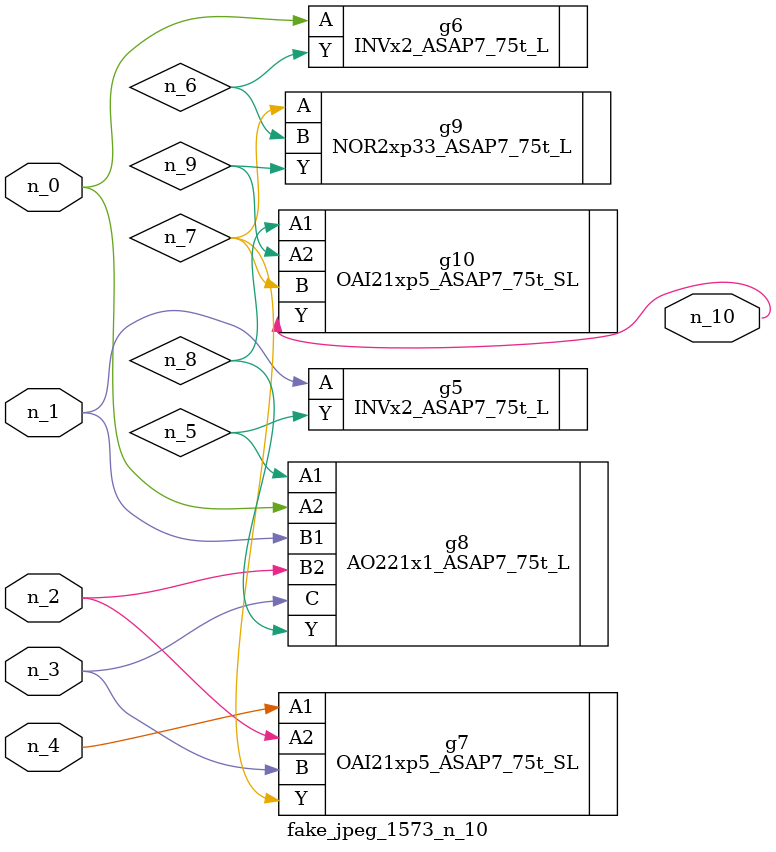
<source format=v>
module fake_jpeg_1573_n_10 (n_3, n_2, n_1, n_0, n_4, n_10);

input n_3;
input n_2;
input n_1;
input n_0;
input n_4;

output n_10;

wire n_8;
wire n_9;
wire n_6;
wire n_5;
wire n_7;

INVx2_ASAP7_75t_L g5 ( 
.A(n_1),
.Y(n_5)
);

INVx2_ASAP7_75t_L g6 ( 
.A(n_0),
.Y(n_6)
);

OAI21xp5_ASAP7_75t_SL g7 ( 
.A1(n_4),
.A2(n_2),
.B(n_3),
.Y(n_7)
);

AO221x1_ASAP7_75t_L g8 ( 
.A1(n_5),
.A2(n_0),
.B1(n_1),
.B2(n_2),
.C(n_3),
.Y(n_8)
);

OAI21xp5_ASAP7_75t_SL g10 ( 
.A1(n_8),
.A2(n_9),
.B(n_7),
.Y(n_10)
);

NOR2xp33_ASAP7_75t_L g9 ( 
.A(n_7),
.B(n_6),
.Y(n_9)
);


endmodule
</source>
